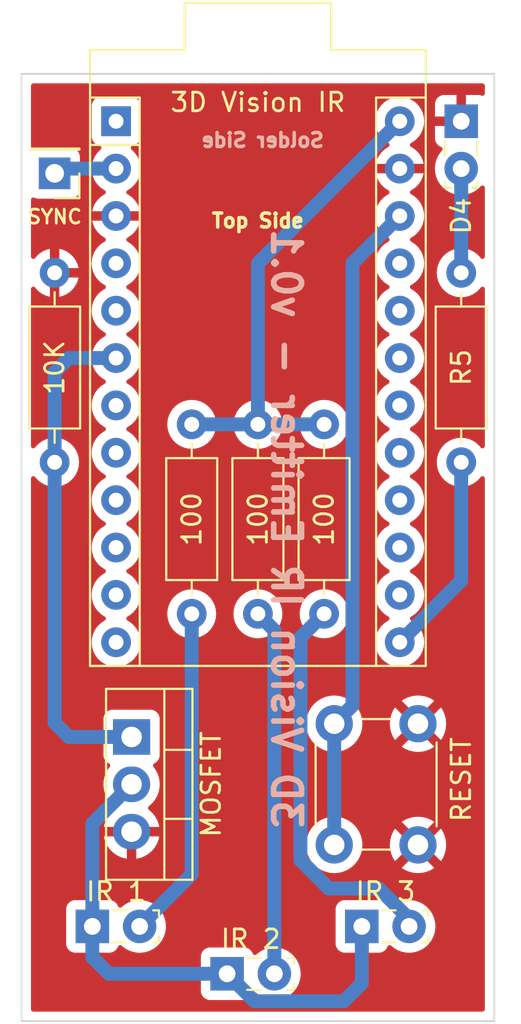
<source format=kicad_pcb>
(kicad_pcb (version 20211014) (generator pcbnew)
  (layers (0 "F.Cu" signal) (31 "B.Cu" signal) (34 "B.Paste" user) (35 "F.Paste" user) (36 "B.SilkS" user "B.Silkscreen") (37 "F.SilkS" user "F.Silkscreen") (38 "B.Mask" user) (39 "F.Mask" user) (44 "Edge.Cuts" user))
  (net 0 "")
  (net 1 "Net-(D1-Pad1)")
  (net 2 "Net-(D1-Pad2)")
  (net 3 "Net-(D2-Pad2)")
  (net 4 "Net-(D3-Pad2)")
  (net 5 "GND")
  (net 6 "Net-(D4-Pad2)")
  (net 7 "+5V")
  (net 8 "Net-(R5-Pad1)")
  (net 9 "Net-(SW1-Pad1)")
  (net 27 "Net-(U1-Pad2)")
  (net 28 "Net-(Q1-Pad1)")
  (footprint "LED_THT:LED_SideEmitter_Rectangular_W4.5mm_H1.6mm" (layer "F.Cu") (at 112.644 83.82)
    (fp_text reference "IR 2" (at 1.27 -1.86) (layer "F.SilkS"))
    (fp_text value "IR LED")
    (fp_line (start 3.58 0.555) (end 3.58 0.861) (layer "F.SilkS") (width 0.12))
    (fp_line (start 3.27 -0.861) (end 3.58 -0.861) (layer "F.SilkS") (width 0.12))
    (fp_line (start 1.08 0.861) (end 1.811 0.861) (layer "F.SilkS") (width 0.12))
    (fp_line (start 3.27 0.861) (end 3.58 0.861) (layer "F.SilkS") (width 0.12))
    (fp_line (start 1.08 -0.861) (end 1.811 -0.861) (layer "F.SilkS") (width 0.12))
    (fp_line (start 3.58 -0.861) (end 3.58 -0.555) (layer "F.SilkS") (width 0.12))
    (pad "1" thru_hole rect (at 0 0) (size 1.8 1.8) (drill 0.9) (layers *.Cu *.Mask) (net 1 "Net-(D1-Pad1)"))
    (pad "2" thru_hole circle (at 2.54 0) (size 1.8 1.8) (drill 0.9) (layers *.Cu *.Mask) (net 3 "Net-(D2-Pad2)"))
  )
  (footprint "LED_THT:LED_SideEmitter_Rectangular_W4.5mm_H1.6mm" (layer "F.Cu") (at 119.883 81.28)
    (fp_text reference "IR 3" (at 1.27 -1.86) (layer "F.SilkS"))
    (fp_text value "IR LED")
    (fp_line (start 3.58 -0.861) (end 3.58 -0.555) (layer "F.SilkS") (width 0.12))
    (fp_line (start 1.08 -0.861) (end 1.811 -0.861) (layer "F.SilkS") (width 0.12))
    (fp_line (start 3.58 0.555) (end 3.58 0.861) (layer "F.SilkS") (width 0.12))
    (fp_line (start 3.27 0.861) (end 3.58 0.861) (layer "F.SilkS") (width 0.12))
    (fp_line (start 3.27 -0.861) (end 3.58 -0.861) (layer "F.SilkS") (width 0.12))
    (fp_line (start 1.08 0.861) (end 1.811 0.861) (layer "F.SilkS") (width 0.12))
    (pad "1" thru_hole rect (at 0 0) (size 1.8 1.8) (drill 0.9) (layers *.Cu *.Mask) (net 1 "Net-(D1-Pad1)"))
    (pad "2" thru_hole circle (at 2.54 0) (size 1.8 1.8) (drill 0.9) (layers *.Cu *.Mask) (net 4 "Net-(D3-Pad2)"))
  )
  (footprint "Resistor_THT:R_Axial_DIN0207_L6.3mm_D2.5mm_P10.16mm_Horizontal" (layer "F.Cu") (at 103.378 56.388 90)
    (fp_text reference "10K" (at 5.08 0 90) (layer "F.SilkS"))
    (fp_text value "10k")
    (fp_line (start 8.35 1.37) (end 8.35 -1.37) (layer "F.SilkS") (width 0.12))
    (fp_line (start 9.12 0) (end 8.35 0) (layer "F.SilkS") (width 0.12))
    (fp_line (start 8.35 -1.37) (end 1.81 -1.37) (layer "F.SilkS") (width 0.12))
    (fp_line (start 1.81 1.37) (end 8.35 1.37) (layer "F.SilkS") (width 0.12))
    (fp_line (start 1.81 -1.37) (end 1.81 1.37) (layer "F.SilkS") (width 0.12))
    (fp_line (start 1.04 0) (end 1.81 0) (layer "F.SilkS") (width 0.12))
    (pad "1" thru_hole circle (at 0 0 90) (size 1.6 1.6) (drill 0.8) (layers *.Cu *.Mask) (net 28 "Net-(Q1-Pad1)"))
    (pad "2" thru_hole oval (at 10.16 0 90) (size 1.6 1.6) (drill 0.8) (layers *.Cu *.Mask) (net 5 "GND"))
  )
  (footprint "Resistor_THT:R_Axial_DIN0207_L6.3mm_D2.5mm_P10.16mm_Horizontal" (layer "F.Cu") (at 114.3 64.516 90)
    (fp_text reference "100" (at 5.08 0 90) (layer "F.SilkS"))
    (fp_text value "100")
    (fp_line (start 1.04 0) (end 1.81 0) (layer "F.SilkS") (width 0.12))
    (fp_line (start 1.81 -1.37) (end 1.81 1.37) (layer "F.SilkS") (width 0.12))
    (fp_line (start 1.81 1.37) (end 8.35 1.37) (layer "F.SilkS") (width 0.12))
    (fp_line (start 9.12 0) (end 8.35 0) (layer "F.SilkS") (width 0.12))
    (fp_line (start 8.35 1.37) (end 8.35 -1.37) (layer "F.SilkS") (width 0.12))
    (fp_line (start 8.35 -1.37) (end 1.81 -1.37) (layer "F.SilkS") (width 0.12))
    (pad "1" thru_hole circle (at 0 0 90) (size 1.6 1.6) (drill 0.8) (layers *.Cu *.Mask) (net 3 "Net-(D2-Pad2)"))
    (pad "2" thru_hole oval (at 10.16 0 90) (size 1.6 1.6) (drill 0.8) (layers *.Cu *.Mask) (net 7 "+5V"))
  )
  (footprint "Resistor_THT:R_Axial_DIN0207_L6.3mm_D2.5mm_P10.16mm_Horizontal" (layer "F.Cu") (at 125.222 56.388 90)
    (fp_text reference "R5" (at 5.08 0 90) (layer "F.SilkS"))
    (fp_text value "120")
    (fp_line (start 8.35 1.37) (end 8.35 -1.37) (layer "F.SilkS") (width 0.12))
    (fp_line (start 8.35 -1.37) (end 1.81 -1.37) (layer "F.SilkS") (width 0.12))
    (fp_line (start 9.12 0) (end 8.35 0) (layer "F.SilkS") (width 0.12))
    (fp_line (start 1.81 -1.37) (end 1.81 1.37) (layer "F.SilkS") (width 0.12))
    (fp_line (start 1.04 0) (end 1.81 0) (layer "F.SilkS") (width 0.12))
    (fp_line (start 1.81 1.37) (end 8.35 1.37) (layer "F.SilkS") (width 0.12))
    (pad "1" thru_hole circle (at 0 0 90) (size 1.6 1.6) (drill 0.8) (layers *.Cu *.Mask) (net 8 "Net-(R5-Pad1)"))
    (pad "2" thru_hole oval (at 10.16 0 90) (size 1.6 1.6) (drill 0.8) (layers *.Cu *.Mask) (net 6 "Net-(D4-Pad2)"))
  )
  (footprint "Connector_PinHeader_2.54mm:PinHeader_1x01_P2.54mm_Vertical" (layer "F.Cu") (at 103.378 40.894 180)
    (fp_text reference "SYNC" (at 0 -2.33) (layer "F.SilkS") (effects (font (size 0.75 0.75))))
    (fp_text value "Sync In")
    (fp_line (start -1.33 1.33) (end 1.33 1.33) (layer "F.SilkS") (width 0.12))
    (fp_line (start 1.33 1.27) (end 1.33 1.33) (layer "F.SilkS") (width 0.12))
    (fp_line (start -1.33 1.27) (end 1.33 1.27) (layer "F.SilkS") (width 0.12))
    (fp_line (start -1.33 0) (end -1.33 -1.33) (layer "F.SilkS") (width 0.12))
    (fp_line (start -1.33 1.27) (end -1.33 1.33) (layer "F.SilkS") (width 0.12))
    (fp_line (start -1.33 -1.33) (end 0 -1.33) (layer "F.SilkS") (width 0.12))
    (pad "1" thru_hole rect (at 0 0 180) (size 1.7 1.7) (drill 1) (layers *.Cu *.Mask) (net 27 "Net-(U1-Pad2)"))
  )
  (footprint "LED_THT:LED_SideEmitter_Rectangular_W4.5mm_H1.6mm" (layer "F.Cu") (at 125.222 38.1 -90)
    (fp_text reference "D4" (at 5.08 0 90) (layer "F.SilkS"))
    (fp_text value "LED")
    (fp_line (start 3.27 0.861) (end 3.58 0.861) (layer "F.SilkS") (width 0.12))
    (fp_line (start 1.08 -0.861) (end 1.811 -0.861) (layer "F.SilkS") (width 0.12))
    (fp_line (start 3.27 -0.861) (end 3.58 -0.861) (layer "F.SilkS") (width 0.12))
    (fp_line (start 3.58 0.555) (end 3.58 0.861) (layer "F.SilkS") (width 0.12))
    (fp_line (start 3.58 -0.861) (end 3.58 -0.555) (layer "F.SilkS") (width 0.12))
    (fp_line (start 1.08 0.861) (end 1.811 0.861) (layer "F.SilkS") (width 0.12))
    (pad "1" thru_hole rect (at 0 0 270) (size 1.8 1.8) (drill 0.9) (layers *.Cu *.Mask) (net 5 "GND"))
    (pad "2" thru_hole circle (at 2.54 0 270) (size 1.8 1.8) (drill 0.9) (layers *.Cu *.Mask) (net 6 "Net-(D4-Pad2)"))
  )
  (footprint "LED_THT:LED_SideEmitter_Rectangular_W4.5mm_H1.6mm" (layer "F.Cu") (at 105.405 81.28)
    (fp_text reference "IR 1" (at 1.27 -1.86) (layer "F.SilkS"))
    (fp_text value "IR LED")
    (fp_line (start 3.27 -0.861) (end 3.58 -0.861) (layer "F.SilkS") (width 0.12))
    (fp_line (start 3.27 0.861) (end 3.58 0.861) (layer "F.SilkS") (width 0.12))
    (fp_line (start 1.08 -0.861) (end 1.811 -0.861) (layer "F.SilkS") (width 0.12))
    (fp_line (start 1.08 0.861) (end 1.811 0.861) (layer "F.SilkS") (width 0.12))
    (fp_line (start 3.58 -0.861) (end 3.58 -0.555) (layer "F.SilkS") (width 0.12))
    (fp_line (start 3.58 0.555) (end 3.58 0.861) (layer "F.SilkS") (width 0.12))
    (pad "1" thru_hole rect (at 0 0) (size 1.8 1.8) (drill 0.9) (layers *.Cu *.Mask) (net 1 "Net-(D1-Pad1)"))
    (pad "2" thru_hole circle (at 2.54 0) (size 1.8 1.8) (drill 0.9) (layers *.Cu *.Mask) (net 2 "Net-(D1-Pad2)"))
  )
  (footprint "Resistor_THT:R_Axial_DIN0207_L6.3mm_D2.5mm_P10.16mm_Horizontal" (layer "F.Cu") (at 110.744 64.516 90)
    (fp_text reference "100" (at 5.08 0 90) (layer "F.SilkS"))
    (fp_text value "100")
    (fp_line (start 9.12 0) (end 8.35 0) (layer "F.SilkS") (width 0.12))
    (fp_line (start 1.81 -1.37) (end 1.81 1.37) (layer "F.SilkS") (width 0.12))
    (fp_line (start 1.81 1.37) (end 8.35 1.37) (layer "F.SilkS") (width 0.12))
    (fp_line (start 8.35 1.37) (end 8.35 -1.37) (layer "F.SilkS") (width 0.12))
    (fp_line (start 1.04 0) (end 1.81 0) (layer "F.SilkS") (width 0.12))
    (fp_line (start 8.35 -1.37) (end 1.81 -1.37) (layer "F.SilkS") (width 0.12))
    (pad "1" thru_hole circle (at 0 0 90) (size 1.6 1.6) (drill 0.8) (layers *.Cu *.Mask) (net 2 "Net-(D1-Pad2)"))
    (pad "2" thru_hole oval (at 10.16 0 90) (size 1.6 1.6) (drill 0.8) (layers *.Cu *.Mask) (net 7 "+5V"))
  )
  (footprint "Button_Switch_THT:SW_PUSH_6mm" (layer "F.Cu") (at 118.4 76.91 90)
    (fp_text reference "RESET" (at 3.504 6.822 90) (layer "F.SilkS"))
    (fp_text value "SW_Push")
    (fp_line (start 1 5.5) (end 5.5 5.5) (layer "F.SilkS") (width 0.12))
    (fp_line (start -0.25 1.5) (end -0.25 3) (layer "F.SilkS") (width 0.12))
    (fp_line (start 5.5 -1) (end 1 -1) (layer "F.SilkS") (width 0.12))
    (fp_line (start 6.75 3) (end 6.75 1.5) (layer "F.SilkS") (width 0.12))
    (pad "1" thru_hole circle (at 6.5 0 180) (size 2 2) (drill 1.1) (layers *.Cu *.Mask) (net 9 "Net-(SW1-Pad1)"))
    (pad "1" thru_hole circle (at 0 0 180) (size 2 2) (drill 1.1) (layers *.Cu *.Mask) (net 9 "Net-(SW1-Pad1)"))
    (pad "2" thru_hole circle (at 6.5 4.5 180) (size 2 2) (drill 1.1) (layers *.Cu *.Mask) (net 5 "GND"))
    (pad "2" thru_hole circle (at 0 4.5 180) (size 2 2) (drill 1.1) (layers *.Cu *.Mask) (net 5 "GND"))
  )
  (footprint "Package_TO_SOT_THT:TO-220-3_Vertical" (layer "F.Cu") (at 107.513 71.12 -90)
    (fp_text reference "MOSFET" (at 2.54 -4.27 90) (layer "F.SilkS"))
    (fp_text value "IRF740")
    (fp_line (start -2.58 -3.27) (end -2.58 1.371) (layer "F.SilkS") (width 0.12))
    (fp_line (start -2.58 -3.27) (end 7.66 -3.27) (layer "F.SilkS") (width 0.12))
    (fp_line (start 0.69 -3.27) (end 0.69 -1.76) (layer "F.SilkS") (width 0.12))
    (fp_line (start -2.58 1.371) (end 7.66 1.371) (layer "F.SilkS") (width 0.12))
    (fp_line (start 4.391 -3.27) (end 4.391 -1.76) (layer "F.SilkS") (width 0.12))
    (fp_line (start 7.66 -3.27) (end 7.66 1.371) (layer "F.SilkS") (width 0.12))
    (fp_line (start -2.58 -1.76) (end 7.66 -1.76) (layer "F.SilkS") (width 0.12))
    (pad "1" thru_hole rect (at 0 0 270) (size 1.905 2) (drill 1.1) (layers *.Cu *.Mask) (net 28 "Net-(Q1-Pad1)"))
    (pad "2" thru_hole oval (at 2.54 0 270) (size 1.905 2) (drill 1.1) (layers *.Cu *.Mask) (net 1 "Net-(D1-Pad1)"))
    (pad "3" thru_hole oval (at 5.08 0 270) (size 1.905 2) (drill 1.1) (layers *.Cu *.Mask) (net 5 "GND"))
  )
  (footprint "Resistor_THT:R_Axial_DIN0207_L6.3mm_D2.5mm_P10.16mm_Horizontal" (layer "F.Cu") (at 117.856 64.516 90)
    (fp_text reference "100" (at 5.08 0 90) (layer "F.SilkS"))
    (fp_text value "100")
    (fp_line (start 8.35 1.37) (end 8.35 -1.37) (layer "F.SilkS") (width 0.12))
    (fp_line (start 9.12 0) (end 8.35 0) (layer "F.SilkS") (width 0.12))
    (fp_line (start 8.35 -1.37) (end 1.81 -1.37) (layer "F.SilkS") (width 0.12))
    (fp_line (start 1.81 -1.37) (end 1.81 1.37) (layer "F.SilkS") (width 0.12))
    (fp_line (start 1.04 0) (end 1.81 0) (layer "F.SilkS") (width 0.12))
    (fp_line (start 1.81 1.37) (end 8.35 1.37) (layer "F.SilkS") (width 0.12))
    (pad "1" thru_hole circle (at 0 0 90) (size 1.6 1.6) (drill 0.8) (layers *.Cu *.Mask) (net 4 "Net-(D3-Pad2)"))
    (pad "2" thru_hole oval (at 10.16 0 90) (size 1.6 1.6) (drill 0.8) (layers *.Cu *.Mask) (net 7 "+5V"))
  )
  (footprint "Arduino:Sparkfun_Pro_Micro" (layer "F.Cu") (at 121.92 66.04 180)
    (fp_text reference "3D Vision IR" (at 7.62 28.956) (layer "F.SilkS"))
    (fp_text value "Sparkfun_Pro_Micro")
    (fp_line (start 11.557 31.75) (end 16.637 31.75) (layer "F.SilkS") (width 0.12))
    (fp_line (start 16.637 31.75) (end 16.64 -1.27) (layer "F.SilkS") (width 0.12))
    (fp_line (start 13.97 26.67) (end 16.64 26.67) (layer "F.SilkS") (width 0.12))
    (fp_line (start 13.97 29.21) (end 16.64 29.21) (layer "F.SilkS") (width 0.12))
    (fp_line (start 1.27 1.27) (end 1.27 29.21) (layer "F.SilkS") (width 0.12))
    (fp_line (start 13.97 -1.27) (end 13.97 29.21) (layer "F.SilkS") (width 0.12))
    (fp_line (start 3.683 34.29) (end 3.683 31.75) (layer "F.SilkS") (width 0.12))
    (fp_line (start -1.397 -1.27) (end -1.397 31.75) (layer "F.SilkS") (width 0.12))
    (fp_line (start 13.97 -1.27) (end 16.64 -1.27) (layer "F.SilkS") (width 0.12))
    (fp_line (start 11.557 34.29) (end 11.557 31.75) (layer "F.SilkS") (width 0.12))
    (fp_line (start 1.27 -1.27) (end -1.397 -1.27) (layer "F.SilkS") (width 0.12))
    (fp_line (start 1.27 1.27) (end 1.27 -1.27) (layer "F.SilkS") (width 0.12))
    (fp_line (start 1.27 29.21) (end -1.4 29.21) (layer "F.SilkS") (width 0.12))
    (fp_line (start -1.397 31.75) (end 3.683 31.75) (layer "F.SilkS") (width 0.12))
    (fp_line (start 3.683 34.29) (end 11.557 34.29) (layer "F.SilkS") (width 0.12))
    (fp_line (start 16.637 -1.27) (end 1.27 -1.27) (layer "F.SilkS") (width 0.12))
    (pad "1" thru_hole rect locked (at 15.24 27.94 180) (size 1.6 1.6) (drill 0.8) (layers *.Cu *.Mask))
    (pad "2" thru_hole oval locked (at 15.24 25.4 180) (size 1.6 1.6) (drill 0.8) (layers *.Cu *.Mask) (net 27 "Net-(U1-Pad2)"))
    (pad "3" thru_hole oval locked (at 15.24 22.86 180) (size 1.6 1.6) (drill 0.8) (layers *.Cu *.Mask) (net 5 "GND"))
    (pad "4" thru_hole oval locked (at 15.24 20.32 180) (size 1.6 1.6) (drill 0.8) (layers *.Cu *.Mask))
    (pad "5" thru_hole oval locked (at 15.24 17.78 180) (size 1.6 1.6) (drill 0.8) (layers *.Cu *.Mask))
    (pad "6" thru_hole oval locked (at 15.24 15.24 180) (size 1.6 1.6) (drill 0.8) (layers *.Cu *.Mask) (net 28 "Net-(Q1-Pad1)"))
    (pad "7" thru_hole oval locked (at 15.24 12.7 180) (size 1.6 1.6) (drill 0.8) (layers *.Cu *.Mask))
    (pad "8" thru_hole oval locked (at 15.24 10.16 180) (size 1.6 1.6) (drill 0.8) (layers *.Cu *.Mask))
    (pad "9" thru_hole oval locked (at 15.24 7.62 180) (size 1.6 1.6) (drill 0.8) (layers *.Cu *.Mask))
    (pad "10" thru_hole oval locked (at 15.24 5.08 180) (size 1.6 1.6) (drill 0.8) (layers *.Cu *.Mask))
    (pad "11" thru_hole oval locked (at 15.24 2.54 180) (size 1.6 1.6) (drill 0.8) (layers *.Cu *.Mask))
    (pad "12" thru_hole oval locked (at 15.24 0 180) (size 1.6 1.6) (drill 0.8) (layers *.Cu *.Mask))
    (pad "13" thru_hole oval locked (at 0 0 180) (size 1.6 1.6) (drill 0.8) (layers *.Cu *.Mask) (net 8 "Net-(R5-Pad1)"))
    (pad "14" thru_hole oval locked (at 0 2.54 180) (size 1.6 1.6) (drill 0.8) (layers *.Cu *.Mask))
    (pad "15" thru_hole oval locked (at 0 5.08 180) (size 1.6 1.6) (drill 0.8) (layers *.Cu *.Mask))
    (pad "16" thru_hole oval locked (at 0 7.62 180) (size 1.6 1.6) (drill 0.8) (layers *.Cu *.Mask))
    (pad "17" thru_hole oval locked (at 0 10.16 180) (size 1.6 1.6) (drill 0.8) (layers *.Cu *.Mask))
    (pad "18" thru_hole oval locked (at 0 12.7 180) (size 1.6 1.6) (drill 0.8) (layers *.Cu *.Mask))
    (pad "19" thru_hole oval locked (at 0 15.24 180) (size 1.6 1.6) (drill 0.8) (layers *.Cu *.Mask))
    (pad "20" thru_hole oval locked (at 0 17.78 180) (size 1.6 1.6) (drill 0.8) (layers *.Cu *.Mask))
    (pad "21" thru_hole oval locked (at 0 20.32 180) (size 1.6 1.6) (drill 0.8) (layers *.Cu *.Mask))
    (pad "22" thru_hole oval locked (at 0 22.86 180) (size 1.6 1.6) (drill 0.8) (layers *.Cu *.Mask) (net 9 "Net-(SW1-Pad1)"))
    (pad "23" thru_hole oval locked (at 0 25.4 180) (size 1.6 1.6) (drill 0.8) (layers *.Cu *.Mask) (net 5 "GND"))
    (pad "24" thru_hole oval locked (at 0 27.94 180) (size 1.6 1.6) (drill 0.8) (layers *.Cu *.Mask) (net 7 "+5V"))
  )
  (gr_line (start 101.6 86.36) (end 101.6 35.56) (layer "Edge.Cuts") (width 0.1))
  (gr_line (start 101.6 35.56) (end 127 35.56) (layer "Edge.Cuts") (width 0.1))
  (gr_line (start 127 35.56) (end 127 86.36) (layer "Edge.Cuts") (width 0.1))
  (gr_line (start 127 86.36) (end 101.6 86.36) (layer "Edge.Cuts") (width 0.1))
  (gr_text "3D Vision IR Emitter - v0.1" (at 115.824 59.944 -90) (layer "B.SilkS") (effects (font (size 1.5 1.5) (thickness 0.3)) (justify mirror)))
  (gr_text "Solder Side" (at 114.554 39.116) (layer "B.SilkS") (effects (font (size 0.75 0.75) (thickness 0.1875)) (justify mirror)))
  (gr_text "Top Side" (at 114.3 43.434) (layer "F.SilkS") (effects (font (size 0.75 0.75) (thickness 0.1875))))
  (segment (start 118.921489 85.294511) (end 119.883 84.333) (width 0.75) (layer "B.Cu") (net 1))
  (segment (start 105.405 75.768) (end 105.405 81.28) (width 0.75) (layer "B.Cu") (net 1))
  (segment (start 106.295 83.82) (end 112.644 83.82) (width 0.75) (layer "B.Cu") (net 1))
  (segment (start 114.118511 85.294511) (end 118.921489 85.294511) (width 0.75) (layer "B.Cu") (net 1))
  (segment (start 107.513 73.66) (end 105.405 75.768) (width 0.75) (layer "B.Cu") (net 1))
  (segment (start 119.883 84.333) (end 119.883 81.28) (width 0.75) (layer "B.Cu") (net 1))
  (segment (start 105.405 82.93) (end 106.295 83.82) (width 0.75) (layer "B.Cu") (net 1))
  (segment (start 112.644 83.82) (end 114.118511 85.294511) (width 0.75) (layer "B.Cu") (net 1))
  (segment (start 105.405 81.28) (end 105.405 82.93) (width 0.75) (layer "B.Cu") (net 1))
  (segment (start 107.945 81.28) (end 110.744 78.481) (width 0.75) (layer "B.Cu") (net 2))
  (segment (start 110.744 78.481) (end 110.744 64.516) (width 0.75) (layer "B.Cu") (net 2))
  (segment (start 115.184 83.82) (end 115.184 65.4) (width 0.75) (layer "B.Cu") (net 3))
  (segment (start 115.184 65.4) (end 114.3 64.516) (width 0.75) (layer "B.Cu") (net 3))
  (segment (start 118.11 79.248) (end 120.800022 79.248) (width 0.75) (layer "B.Cu") (net 4))
  (segment (start 120.800022 79.248) (end 122.423 80.870978) (width 0.75) (layer "B.Cu") (net 4))
  (segment (start 122.423 80.870978) (end 122.423 81.28) (width 0.75) (layer "B.Cu") (net 4))
  (segment (start 116.586 65.786) (end 116.586 77.724) (width 0.75) (layer "B.Cu") (net 4))
  (segment (start 117.856 64.516) (end 116.586 65.786) (width 0.75) (layer "B.Cu") (net 4))
  (segment (start 116.586 77.724) (end 118.11 79.248) (width 0.75) (layer "B.Cu") (net 4))
  (segment (start 125.222 46.228) (end 125.222 40.64) (width 0.75) (layer "B.Cu") (net 6))
  (segment (start 114.3 45.72) (end 121.92 38.1) (width 0.75) (layer "B.Cu") (net 7))
  (segment (start 114.3 54.356) (end 117.856 54.356) (width 0.75) (layer "B.Cu") (net 7))
  (segment (start 114.3 54.356) (end 114.3 45.72) (width 0.75) (layer "B.Cu") (net 7))
  (segment (start 110.744 54.356) (end 114.3 54.356) (width 0.75) (layer "B.Cu") (net 7))
  (segment (start 125.222 62.738) (end 125.222 56.388) (width 0.75) (layer "B.Cu") (net 8))
  (segment (start 121.92 66.04) (end 125.222 62.738) (width 0.75) (layer "B.Cu") (net 8))
  (segment (start 118.4 70.41) (end 119.38 69.43) (width 0.75) (layer "B.Cu") (net 9))
  (segment (start 119.38 45.72) (end 121.92 43.18) (width 0.75) (layer "B.Cu") (net 9))
  (segment (start 119.38 69.43) (end 119.38 45.72) (width 0.75) (layer "B.Cu") (net 9))
  (segment (start 118.4 76.91) (end 118.4 70.41) (width 0.75) (layer "B.Cu") (net 9))
  (segment (start 103.632 40.64) (end 103.378 40.894) (width 0.75) (layer "B.Cu") (net 27))
  (segment (start 106.68 40.64) (end 103.632 40.64) (width 0.75) (layer "B.Cu") (net 27))
  (segment (start 103.378 51.562) (end 103.378 56.388) (width 0.75) (layer "B.Cu") (net 28))
  (segment (start 103.378 70.358) (end 104.14 71.12) (width 0.75) (layer "B.Cu") (net 28))
  (segment (start 106.68 50.8) (end 104.14 50.8) (width 0.75) (layer "B.Cu") (net 28))
  (segment (start 104.14 71.12) (end 107.513 71.12) (width 0.75) (layer "B.Cu") (net 28))
  (segment (start 104.14 50.8) (end 103.378 51.562) (width 0.75) (layer "B.Cu") (net 28))
  (segment (start 103.378 56.388) (end 103.378 70.358) (width 0.75) (layer "B.Cu") (net 28))
  (zone (net 5) (net_name "GND") (layer "F.Cu") (connect_pads (clearance 0.508)) (min_thickness 0.254) (fill yes (thermal_gap 0.508) (thermal_bridge_width 0.508))
    (polygon (pts (xy 127 86.36) (xy 101.6 86.36) (xy 101.6 35.56) (xy 127 35.56)))
  )
)
</source>
